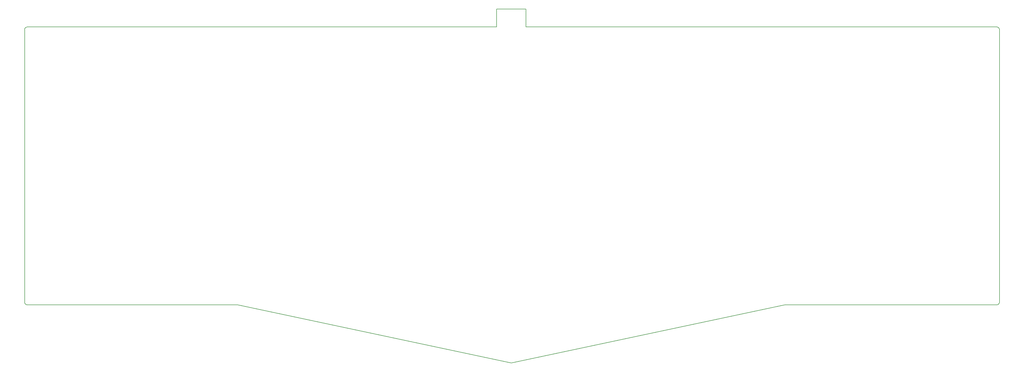
<source format=gbr>
G04 #@! TF.GenerationSoftware,KiCad,Pcbnew,(5.1.4)-1*
G04 #@! TF.CreationDate,2021-03-31T15:06:36-04:00*
G04 #@! TF.ProjectId,f103,66313033-2e6b-4696-9361-645f70636258,rev?*
G04 #@! TF.SameCoordinates,Original*
G04 #@! TF.FileFunction,Profile,NP*
%FSLAX46Y46*%
G04 Gerber Fmt 4.6, Leading zero omitted, Abs format (unit mm)*
G04 Created by KiCad (PCBNEW (5.1.4)-1) date 2021-03-31 15:06:36*
%MOMM*%
%LPD*%
G04 APERTURE LIST*
%ADD10C,0.150000*%
G04 APERTURE END LIST*
D10*
X-17229999Y-76402059D02*
X-17230002Y-76837945D01*
X-17230002Y-80902057D02*
X-17230004Y-81337954D01*
X-17230002Y-85402062D02*
X-17230001Y-85837949D01*
X-16230001Y8999994D02*
X-16372182Y8989959D01*
X-16372182Y8989959D02*
X-16497075Y8963927D01*
X-16497075Y8963927D02*
X-16614329Y8923471D01*
X-16614329Y8923471D02*
X-16717903Y8873093D01*
X-16717903Y8873093D02*
X-16809803Y8814843D01*
X-16809803Y8814843D02*
X-16893587Y8748105D01*
X-16893587Y8748105D02*
X-16969711Y8672926D01*
X-16969711Y8672926D02*
X-17040681Y8585597D01*
X-17040681Y8585597D02*
X-17100129Y8493159D01*
X-17100129Y8493159D02*
X-17149924Y8392739D01*
X-17149924Y8392739D02*
X-17189710Y8281893D01*
X-17189710Y8281893D02*
X-17217383Y8159253D01*
X-17217383Y8159253D02*
X-17229799Y8020166D01*
X-17229799Y8020166D02*
X-17230001Y7999990D01*
X156215201Y15171892D02*
X146064801Y15171899D01*
X-17230002Y-76837945D02*
X-17230002Y-80902057D01*
X156215199Y8999998D02*
X156215192Y15171893D01*
X320008751Y7999999D02*
X319998713Y8142180D01*
X319998713Y8142180D02*
X319972680Y8267073D01*
X319972680Y8267073D02*
X319932223Y8384327D01*
X319932223Y8384327D02*
X319881845Y8487901D01*
X319881845Y8487901D02*
X319823594Y8579800D01*
X319823594Y8579800D02*
X319756856Y8663583D01*
X319756856Y8663583D02*
X319681677Y8739706D01*
X319681677Y8739706D02*
X319594349Y8810675D01*
X319594349Y8810675D02*
X319501912Y8870122D01*
X319501912Y8870122D02*
X319401492Y8919916D01*
X319401492Y8919916D02*
X319290648Y8959702D01*
X319290648Y8959702D02*
X319168008Y8987373D01*
X319168008Y8987373D02*
X319028923Y8999789D01*
X319028923Y8999789D02*
X319008748Y8999991D01*
X320008751Y7999999D02*
X320008742Y-86340003D01*
X-17230002Y-86340008D02*
X-17219966Y-86482188D01*
X-17219966Y-86482188D02*
X-17193934Y-86607080D01*
X-17193934Y-86607080D02*
X-17153478Y-86724333D01*
X-17153478Y-86724333D02*
X-17103100Y-86827907D01*
X-17103100Y-86827907D02*
X-17044849Y-86919806D01*
X-17044849Y-86919806D02*
X-16978111Y-87003590D01*
X-16978111Y-87003590D02*
X-16902932Y-87079714D01*
X-16902932Y-87079714D02*
X-16815603Y-87150684D01*
X-16815603Y-87150684D02*
X-16723165Y-87210131D01*
X-16723165Y-87210131D02*
X-16622745Y-87259926D01*
X-16622745Y-87259926D02*
X-16511900Y-87299712D01*
X-16511900Y-87299712D02*
X-16389260Y-87327384D01*
X-16389260Y-87327384D02*
X-16250173Y-87339799D01*
X-16250173Y-87339799D02*
X-16229997Y-87340001D01*
X319008750Y-87339995D02*
X319150933Y-87329960D01*
X319150933Y-87329960D02*
X319275826Y-87303929D01*
X319275826Y-87303929D02*
X319393080Y-87263473D01*
X319393080Y-87263473D02*
X319496654Y-87213095D01*
X319496654Y-87213095D02*
X319588553Y-87154845D01*
X319588553Y-87154845D02*
X319672337Y-87088107D01*
X319672337Y-87088107D02*
X319748461Y-87012928D01*
X319748461Y-87012928D02*
X319819430Y-86925600D01*
X319819430Y-86925600D02*
X319878876Y-86833163D01*
X319878876Y-86833163D02*
X319928670Y-86732744D01*
X319928670Y-86732744D02*
X319968455Y-86621900D01*
X319968455Y-86621900D02*
X319996126Y-86499263D01*
X319996126Y-86499263D02*
X320008540Y-86360178D01*
X320008540Y-86360178D02*
X320008742Y-86340003D01*
X245817516Y-87339998D02*
X319008750Y-87339995D01*
X-17230004Y-81337954D02*
X-17230002Y-85402062D01*
X56462483Y-87340009D02*
X151139996Y-107464332D01*
X156215199Y8999998D02*
X319008748Y8999991D01*
X-16229997Y-87340001D02*
X56462483Y-87340009D01*
X146064801Y15171899D02*
X146064797Y8999997D01*
X151139996Y-107464332D02*
X245817516Y-87339998D01*
X-17230001Y-85837949D02*
X-17230002Y-86340008D01*
X-17230001Y7999990D02*
X-17229999Y-76402059D01*
X-16230001Y8999994D02*
X146064796Y8999997D01*
M02*

</source>
